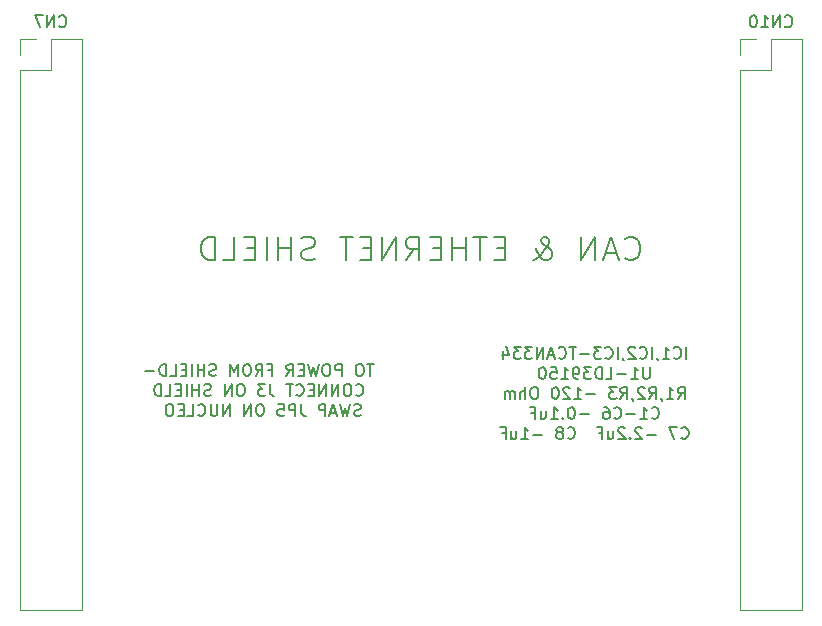
<source format=gbo>
G04 #@! TF.GenerationSoftware,KiCad,Pcbnew,(5.1.10)-1*
G04 #@! TF.CreationDate,2021-07-06T11:53:58+05:30*
G04 #@! TF.ProjectId,STM_Morpho,53544d5f-4d6f-4727-9068-6f2e6b696361,rev?*
G04 #@! TF.SameCoordinates,PX7bfa480PY7270e00*
G04 #@! TF.FileFunction,Legend,Bot*
G04 #@! TF.FilePolarity,Positive*
%FSLAX46Y46*%
G04 Gerber Fmt 4.6, Leading zero omitted, Abs format (unit mm)*
G04 Created by KiCad (PCBNEW (5.1.10)-1) date 2021-07-06 11:53:58*
%MOMM*%
%LPD*%
G01*
G04 APERTURE LIST*
%ADD10C,0.200000*%
%ADD11C,0.120000*%
G04 APERTURE END LIST*
D10*
X31836095Y22567620D02*
X31264666Y22567620D01*
X31550380Y21567620D02*
X31550380Y22567620D01*
X30740857Y22567620D02*
X30550380Y22567620D01*
X30455142Y22520000D01*
X30359904Y22424762D01*
X30312285Y22234286D01*
X30312285Y21900953D01*
X30359904Y21710477D01*
X30455142Y21615239D01*
X30550380Y21567620D01*
X30740857Y21567620D01*
X30836095Y21615239D01*
X30931333Y21710477D01*
X30978952Y21900953D01*
X30978952Y22234286D01*
X30931333Y22424762D01*
X30836095Y22520000D01*
X30740857Y22567620D01*
X29121809Y21567620D02*
X29121809Y22567620D01*
X28740857Y22567620D01*
X28645619Y22520000D01*
X28598000Y22472381D01*
X28550380Y22377143D01*
X28550380Y22234286D01*
X28598000Y22139048D01*
X28645619Y22091429D01*
X28740857Y22043810D01*
X29121809Y22043810D01*
X27931333Y22567620D02*
X27740857Y22567620D01*
X27645619Y22520000D01*
X27550380Y22424762D01*
X27502761Y22234286D01*
X27502761Y21900953D01*
X27550380Y21710477D01*
X27645619Y21615239D01*
X27740857Y21567620D01*
X27931333Y21567620D01*
X28026571Y21615239D01*
X28121809Y21710477D01*
X28169428Y21900953D01*
X28169428Y22234286D01*
X28121809Y22424762D01*
X28026571Y22520000D01*
X27931333Y22567620D01*
X27169428Y22567620D02*
X26931333Y21567620D01*
X26740857Y22281905D01*
X26550380Y21567620D01*
X26312285Y22567620D01*
X25931333Y22091429D02*
X25598000Y22091429D01*
X25455142Y21567620D02*
X25931333Y21567620D01*
X25931333Y22567620D01*
X25455142Y22567620D01*
X24455142Y21567620D02*
X24788476Y22043810D01*
X25026571Y21567620D02*
X25026571Y22567620D01*
X24645619Y22567620D01*
X24550380Y22520000D01*
X24502761Y22472381D01*
X24455142Y22377143D01*
X24455142Y22234286D01*
X24502761Y22139048D01*
X24550380Y22091429D01*
X24645619Y22043810D01*
X25026571Y22043810D01*
X22931333Y22091429D02*
X23264666Y22091429D01*
X23264666Y21567620D02*
X23264666Y22567620D01*
X22788476Y22567620D01*
X21836095Y21567620D02*
X22169428Y22043810D01*
X22407523Y21567620D02*
X22407523Y22567620D01*
X22026571Y22567620D01*
X21931333Y22520000D01*
X21883714Y22472381D01*
X21836095Y22377143D01*
X21836095Y22234286D01*
X21883714Y22139048D01*
X21931333Y22091429D01*
X22026571Y22043810D01*
X22407523Y22043810D01*
X21217047Y22567620D02*
X21026571Y22567620D01*
X20931333Y22520000D01*
X20836095Y22424762D01*
X20788476Y22234286D01*
X20788476Y21900953D01*
X20836095Y21710477D01*
X20931333Y21615239D01*
X21026571Y21567620D01*
X21217047Y21567620D01*
X21312285Y21615239D01*
X21407523Y21710477D01*
X21455142Y21900953D01*
X21455142Y22234286D01*
X21407523Y22424762D01*
X21312285Y22520000D01*
X21217047Y22567620D01*
X20359904Y21567620D02*
X20359904Y22567620D01*
X20026571Y21853334D01*
X19693238Y22567620D01*
X19693238Y21567620D01*
X18502761Y21615239D02*
X18359904Y21567620D01*
X18121809Y21567620D01*
X18026571Y21615239D01*
X17978952Y21662858D01*
X17931333Y21758096D01*
X17931333Y21853334D01*
X17978952Y21948572D01*
X18026571Y21996191D01*
X18121809Y22043810D01*
X18312285Y22091429D01*
X18407523Y22139048D01*
X18455142Y22186667D01*
X18502761Y22281905D01*
X18502761Y22377143D01*
X18455142Y22472381D01*
X18407523Y22520000D01*
X18312285Y22567620D01*
X18074190Y22567620D01*
X17931333Y22520000D01*
X17502761Y21567620D02*
X17502761Y22567620D01*
X17502761Y22091429D02*
X16931333Y22091429D01*
X16931333Y21567620D02*
X16931333Y22567620D01*
X16455142Y21567620D02*
X16455142Y22567620D01*
X15978952Y22091429D02*
X15645619Y22091429D01*
X15502761Y21567620D02*
X15978952Y21567620D01*
X15978952Y22567620D01*
X15502761Y22567620D01*
X14598000Y21567620D02*
X15074190Y21567620D01*
X15074190Y22567620D01*
X14264666Y21567620D02*
X14264666Y22567620D01*
X14026571Y22567620D01*
X13883714Y22520000D01*
X13788476Y22424762D01*
X13740857Y22329524D01*
X13693238Y22139048D01*
X13693238Y21996191D01*
X13740857Y21805715D01*
X13788476Y21710477D01*
X13883714Y21615239D01*
X14026571Y21567620D01*
X14264666Y21567620D01*
X13264666Y21948572D02*
X12502761Y21948572D01*
X30336095Y19962858D02*
X30383714Y19915239D01*
X30526571Y19867620D01*
X30621809Y19867620D01*
X30764666Y19915239D01*
X30859904Y20010477D01*
X30907523Y20105715D01*
X30955142Y20296191D01*
X30955142Y20439048D01*
X30907523Y20629524D01*
X30859904Y20724762D01*
X30764666Y20820000D01*
X30621809Y20867620D01*
X30526571Y20867620D01*
X30383714Y20820000D01*
X30336095Y20772381D01*
X29717047Y20867620D02*
X29526571Y20867620D01*
X29431333Y20820000D01*
X29336095Y20724762D01*
X29288476Y20534286D01*
X29288476Y20200953D01*
X29336095Y20010477D01*
X29431333Y19915239D01*
X29526571Y19867620D01*
X29717047Y19867620D01*
X29812285Y19915239D01*
X29907523Y20010477D01*
X29955142Y20200953D01*
X29955142Y20534286D01*
X29907523Y20724762D01*
X29812285Y20820000D01*
X29717047Y20867620D01*
X28859904Y19867620D02*
X28859904Y20867620D01*
X28288476Y19867620D01*
X28288476Y20867620D01*
X27812285Y19867620D02*
X27812285Y20867620D01*
X27240857Y19867620D01*
X27240857Y20867620D01*
X26764666Y20391429D02*
X26431333Y20391429D01*
X26288476Y19867620D02*
X26764666Y19867620D01*
X26764666Y20867620D01*
X26288476Y20867620D01*
X25288476Y19962858D02*
X25336095Y19915239D01*
X25478952Y19867620D01*
X25574190Y19867620D01*
X25717047Y19915239D01*
X25812285Y20010477D01*
X25859904Y20105715D01*
X25907523Y20296191D01*
X25907523Y20439048D01*
X25859904Y20629524D01*
X25812285Y20724762D01*
X25717047Y20820000D01*
X25574190Y20867620D01*
X25478952Y20867620D01*
X25336095Y20820000D01*
X25288476Y20772381D01*
X25002761Y20867620D02*
X24431333Y20867620D01*
X24717047Y19867620D02*
X24717047Y20867620D01*
X23050380Y20867620D02*
X23050380Y20153334D01*
X23098000Y20010477D01*
X23193238Y19915239D01*
X23336095Y19867620D01*
X23431333Y19867620D01*
X22669428Y20867620D02*
X22050380Y20867620D01*
X22383714Y20486667D01*
X22240857Y20486667D01*
X22145619Y20439048D01*
X22098000Y20391429D01*
X22050380Y20296191D01*
X22050380Y20058096D01*
X22098000Y19962858D01*
X22145619Y19915239D01*
X22240857Y19867620D01*
X22526571Y19867620D01*
X22621809Y19915239D01*
X22669428Y19962858D01*
X20669428Y20867620D02*
X20478952Y20867620D01*
X20383714Y20820000D01*
X20288476Y20724762D01*
X20240857Y20534286D01*
X20240857Y20200953D01*
X20288476Y20010477D01*
X20383714Y19915239D01*
X20478952Y19867620D01*
X20669428Y19867620D01*
X20764666Y19915239D01*
X20859904Y20010477D01*
X20907523Y20200953D01*
X20907523Y20534286D01*
X20859904Y20724762D01*
X20764666Y20820000D01*
X20669428Y20867620D01*
X19812285Y19867620D02*
X19812285Y20867620D01*
X19240857Y19867620D01*
X19240857Y20867620D01*
X18050380Y19915239D02*
X17907523Y19867620D01*
X17669428Y19867620D01*
X17574190Y19915239D01*
X17526571Y19962858D01*
X17478952Y20058096D01*
X17478952Y20153334D01*
X17526571Y20248572D01*
X17574190Y20296191D01*
X17669428Y20343810D01*
X17859904Y20391429D01*
X17955142Y20439048D01*
X18002761Y20486667D01*
X18050380Y20581905D01*
X18050380Y20677143D01*
X18002761Y20772381D01*
X17955142Y20820000D01*
X17859904Y20867620D01*
X17621809Y20867620D01*
X17478952Y20820000D01*
X17050380Y19867620D02*
X17050380Y20867620D01*
X17050380Y20391429D02*
X16478952Y20391429D01*
X16478952Y19867620D02*
X16478952Y20867620D01*
X16002761Y19867620D02*
X16002761Y20867620D01*
X15526571Y20391429D02*
X15193238Y20391429D01*
X15050380Y19867620D02*
X15526571Y19867620D01*
X15526571Y20867620D01*
X15050380Y20867620D01*
X14145619Y19867620D02*
X14621809Y19867620D01*
X14621809Y20867620D01*
X13812285Y19867620D02*
X13812285Y20867620D01*
X13574190Y20867620D01*
X13431333Y20820000D01*
X13336095Y20724762D01*
X13288476Y20629524D01*
X13240857Y20439048D01*
X13240857Y20296191D01*
X13288476Y20105715D01*
X13336095Y20010477D01*
X13431333Y19915239D01*
X13574190Y19867620D01*
X13812285Y19867620D01*
X30740857Y18215239D02*
X30598000Y18167620D01*
X30359904Y18167620D01*
X30264666Y18215239D01*
X30217047Y18262858D01*
X30169428Y18358096D01*
X30169428Y18453334D01*
X30217047Y18548572D01*
X30264666Y18596191D01*
X30359904Y18643810D01*
X30550380Y18691429D01*
X30645619Y18739048D01*
X30693238Y18786667D01*
X30740857Y18881905D01*
X30740857Y18977143D01*
X30693238Y19072381D01*
X30645619Y19120000D01*
X30550380Y19167620D01*
X30312285Y19167620D01*
X30169428Y19120000D01*
X29836095Y19167620D02*
X29598000Y18167620D01*
X29407523Y18881905D01*
X29217047Y18167620D01*
X28978952Y19167620D01*
X28645619Y18453334D02*
X28169428Y18453334D01*
X28740857Y18167620D02*
X28407523Y19167620D01*
X28074190Y18167620D01*
X27740857Y18167620D02*
X27740857Y19167620D01*
X27359904Y19167620D01*
X27264666Y19120000D01*
X27217047Y19072381D01*
X27169428Y18977143D01*
X27169428Y18834286D01*
X27217047Y18739048D01*
X27264666Y18691429D01*
X27359904Y18643810D01*
X27740857Y18643810D01*
X25693238Y19167620D02*
X25693238Y18453334D01*
X25740857Y18310477D01*
X25836095Y18215239D01*
X25978952Y18167620D01*
X26074190Y18167620D01*
X25217047Y18167620D02*
X25217047Y19167620D01*
X24836095Y19167620D01*
X24740857Y19120000D01*
X24693238Y19072381D01*
X24645619Y18977143D01*
X24645619Y18834286D01*
X24693238Y18739048D01*
X24740857Y18691429D01*
X24836095Y18643810D01*
X25217047Y18643810D01*
X23740857Y19167620D02*
X24217047Y19167620D01*
X24264666Y18691429D01*
X24217047Y18739048D01*
X24121809Y18786667D01*
X23883714Y18786667D01*
X23788476Y18739048D01*
X23740857Y18691429D01*
X23693238Y18596191D01*
X23693238Y18358096D01*
X23740857Y18262858D01*
X23788476Y18215239D01*
X23883714Y18167620D01*
X24121809Y18167620D01*
X24217047Y18215239D01*
X24264666Y18262858D01*
X22312285Y19167620D02*
X22121809Y19167620D01*
X22026571Y19120000D01*
X21931333Y19024762D01*
X21883714Y18834286D01*
X21883714Y18500953D01*
X21931333Y18310477D01*
X22026571Y18215239D01*
X22121809Y18167620D01*
X22312285Y18167620D01*
X22407523Y18215239D01*
X22502761Y18310477D01*
X22550380Y18500953D01*
X22550380Y18834286D01*
X22502761Y19024762D01*
X22407523Y19120000D01*
X22312285Y19167620D01*
X21455142Y18167620D02*
X21455142Y19167620D01*
X20883714Y18167620D01*
X20883714Y19167620D01*
X19645619Y18167620D02*
X19645619Y19167620D01*
X19074190Y18167620D01*
X19074190Y19167620D01*
X18598000Y19167620D02*
X18598000Y18358096D01*
X18550380Y18262858D01*
X18502761Y18215239D01*
X18407523Y18167620D01*
X18217047Y18167620D01*
X18121809Y18215239D01*
X18074190Y18262858D01*
X18026571Y18358096D01*
X18026571Y19167620D01*
X16978952Y18262858D02*
X17026571Y18215239D01*
X17169428Y18167620D01*
X17264666Y18167620D01*
X17407523Y18215239D01*
X17502761Y18310477D01*
X17550380Y18405715D01*
X17598000Y18596191D01*
X17598000Y18739048D01*
X17550380Y18929524D01*
X17502761Y19024762D01*
X17407523Y19120000D01*
X17264666Y19167620D01*
X17169428Y19167620D01*
X17026571Y19120000D01*
X16978952Y19072381D01*
X16074190Y18167620D02*
X16550380Y18167620D01*
X16550380Y19167620D01*
X15740857Y18691429D02*
X15407523Y18691429D01*
X15264666Y18167620D02*
X15740857Y18167620D01*
X15740857Y19167620D01*
X15264666Y19167620D01*
X14645619Y19167620D02*
X14455142Y19167620D01*
X14359904Y19120000D01*
X14264666Y19024762D01*
X14217047Y18834286D01*
X14217047Y18500953D01*
X14264666Y18310477D01*
X14359904Y18215239D01*
X14455142Y18167620D01*
X14645619Y18167620D01*
X14740857Y18215239D01*
X14836095Y18310477D01*
X14883714Y18500953D01*
X14883714Y18834286D01*
X14836095Y19024762D01*
X14740857Y19120000D01*
X14645619Y19167620D01*
X53147333Y31543715D02*
X53242571Y31448477D01*
X53528285Y31353239D01*
X53718761Y31353239D01*
X54004476Y31448477D01*
X54194952Y31638953D01*
X54290190Y31829429D01*
X54385428Y32210381D01*
X54385428Y32496096D01*
X54290190Y32877048D01*
X54194952Y33067524D01*
X54004476Y33258000D01*
X53718761Y33353239D01*
X53528285Y33353239D01*
X53242571Y33258000D01*
X53147333Y33162762D01*
X52385428Y31924667D02*
X51433047Y31924667D01*
X52575904Y31353239D02*
X51909238Y33353239D01*
X51242571Y31353239D01*
X50575904Y31353239D02*
X50575904Y33353239D01*
X49433047Y31353239D01*
X49433047Y33353239D01*
X45337809Y31353239D02*
X45433047Y31353239D01*
X45623523Y31448477D01*
X45909238Y31734191D01*
X46385428Y32305620D01*
X46575904Y32591334D01*
X46671142Y32877048D01*
X46671142Y33067524D01*
X46575904Y33258000D01*
X46385428Y33353239D01*
X46290190Y33353239D01*
X46099714Y33258000D01*
X46004476Y33067524D01*
X46004476Y32972286D01*
X46099714Y32781810D01*
X46194952Y32686572D01*
X46766380Y32305620D01*
X46861619Y32210381D01*
X46956857Y32019905D01*
X46956857Y31734191D01*
X46861619Y31543715D01*
X46766380Y31448477D01*
X46575904Y31353239D01*
X46290190Y31353239D01*
X46099714Y31448477D01*
X46004476Y31543715D01*
X45718761Y31924667D01*
X45623523Y32210381D01*
X45623523Y32400858D01*
X42956857Y32400858D02*
X42290190Y32400858D01*
X42004476Y31353239D02*
X42956857Y31353239D01*
X42956857Y33353239D01*
X42004476Y33353239D01*
X41433047Y33353239D02*
X40290190Y33353239D01*
X40861619Y31353239D02*
X40861619Y33353239D01*
X39623523Y31353239D02*
X39623523Y33353239D01*
X39623523Y32400858D02*
X38480666Y32400858D01*
X38480666Y31353239D02*
X38480666Y33353239D01*
X37528285Y32400858D02*
X36861619Y32400858D01*
X36575904Y31353239D02*
X37528285Y31353239D01*
X37528285Y33353239D01*
X36575904Y33353239D01*
X34575904Y31353239D02*
X35242571Y32305620D01*
X35718761Y31353239D02*
X35718761Y33353239D01*
X34956857Y33353239D01*
X34766380Y33258000D01*
X34671142Y33162762D01*
X34575904Y32972286D01*
X34575904Y32686572D01*
X34671142Y32496096D01*
X34766380Y32400858D01*
X34956857Y32305620D01*
X35718761Y32305620D01*
X33718761Y31353239D02*
X33718761Y33353239D01*
X32575904Y31353239D01*
X32575904Y33353239D01*
X31623523Y32400858D02*
X30956857Y32400858D01*
X30671142Y31353239D02*
X31623523Y31353239D01*
X31623523Y33353239D01*
X30671142Y33353239D01*
X30099714Y33353239D02*
X28956857Y33353239D01*
X29528285Y31353239D02*
X29528285Y33353239D01*
X26861619Y31448477D02*
X26575904Y31353239D01*
X26099714Y31353239D01*
X25909238Y31448477D01*
X25814000Y31543715D01*
X25718761Y31734191D01*
X25718761Y31924667D01*
X25814000Y32115143D01*
X25909238Y32210381D01*
X26099714Y32305620D01*
X26480666Y32400858D01*
X26671142Y32496096D01*
X26766380Y32591334D01*
X26861619Y32781810D01*
X26861619Y32972286D01*
X26766380Y33162762D01*
X26671142Y33258000D01*
X26480666Y33353239D01*
X26004476Y33353239D01*
X25718761Y33258000D01*
X24861619Y31353239D02*
X24861619Y33353239D01*
X24861619Y32400858D02*
X23718761Y32400858D01*
X23718761Y31353239D02*
X23718761Y33353239D01*
X22766380Y31353239D02*
X22766380Y33353239D01*
X21814000Y32400858D02*
X21147333Y32400858D01*
X20861619Y31353239D02*
X21814000Y31353239D01*
X21814000Y33353239D01*
X20861619Y33353239D01*
X19052095Y31353239D02*
X20004476Y31353239D01*
X20004476Y33353239D01*
X18385428Y31353239D02*
X18385428Y33353239D01*
X17909238Y33353239D01*
X17623523Y33258000D01*
X17433047Y33067524D01*
X17337809Y32877048D01*
X17242571Y32496096D01*
X17242571Y32210381D01*
X17337809Y31829429D01*
X17433047Y31638953D01*
X17623523Y31448477D01*
X17909238Y31353239D01*
X18385428Y31353239D01*
X58307904Y23013620D02*
X58307904Y24013620D01*
X57260285Y23108858D02*
X57307904Y23061239D01*
X57450761Y23013620D01*
X57546000Y23013620D01*
X57688857Y23061239D01*
X57784095Y23156477D01*
X57831714Y23251715D01*
X57879333Y23442191D01*
X57879333Y23585048D01*
X57831714Y23775524D01*
X57784095Y23870762D01*
X57688857Y23966000D01*
X57546000Y24013620D01*
X57450761Y24013620D01*
X57307904Y23966000D01*
X57260285Y23918381D01*
X56307904Y23013620D02*
X56879333Y23013620D01*
X56593619Y23013620D02*
X56593619Y24013620D01*
X56688857Y23870762D01*
X56784095Y23775524D01*
X56879333Y23727905D01*
X55831714Y23061239D02*
X55831714Y23013620D01*
X55879333Y22918381D01*
X55926952Y22870762D01*
X55403142Y23013620D02*
X55403142Y24013620D01*
X54355523Y23108858D02*
X54403142Y23061239D01*
X54546000Y23013620D01*
X54641238Y23013620D01*
X54784095Y23061239D01*
X54879333Y23156477D01*
X54926952Y23251715D01*
X54974571Y23442191D01*
X54974571Y23585048D01*
X54926952Y23775524D01*
X54879333Y23870762D01*
X54784095Y23966000D01*
X54641238Y24013620D01*
X54546000Y24013620D01*
X54403142Y23966000D01*
X54355523Y23918381D01*
X53974571Y23918381D02*
X53926952Y23966000D01*
X53831714Y24013620D01*
X53593619Y24013620D01*
X53498380Y23966000D01*
X53450761Y23918381D01*
X53403142Y23823143D01*
X53403142Y23727905D01*
X53450761Y23585048D01*
X54022190Y23013620D01*
X53403142Y23013620D01*
X52926952Y23061239D02*
X52926952Y23013620D01*
X52974571Y22918381D01*
X53022190Y22870762D01*
X52498380Y23013620D02*
X52498380Y24013620D01*
X51450761Y23108858D02*
X51498380Y23061239D01*
X51641238Y23013620D01*
X51736476Y23013620D01*
X51879333Y23061239D01*
X51974571Y23156477D01*
X52022190Y23251715D01*
X52069809Y23442191D01*
X52069809Y23585048D01*
X52022190Y23775524D01*
X51974571Y23870762D01*
X51879333Y23966000D01*
X51736476Y24013620D01*
X51641238Y24013620D01*
X51498380Y23966000D01*
X51450761Y23918381D01*
X51117428Y24013620D02*
X50498380Y24013620D01*
X50831714Y23632667D01*
X50688857Y23632667D01*
X50593619Y23585048D01*
X50546000Y23537429D01*
X50498380Y23442191D01*
X50498380Y23204096D01*
X50546000Y23108858D01*
X50593619Y23061239D01*
X50688857Y23013620D01*
X50974571Y23013620D01*
X51069809Y23061239D01*
X51117428Y23108858D01*
X50069809Y23394572D02*
X49307904Y23394572D01*
X48974571Y24013620D02*
X48403142Y24013620D01*
X48688857Y23013620D02*
X48688857Y24013620D01*
X47498380Y23108858D02*
X47546000Y23061239D01*
X47688857Y23013620D01*
X47784095Y23013620D01*
X47926952Y23061239D01*
X48022190Y23156477D01*
X48069809Y23251715D01*
X48117428Y23442191D01*
X48117428Y23585048D01*
X48069809Y23775524D01*
X48022190Y23870762D01*
X47926952Y23966000D01*
X47784095Y24013620D01*
X47688857Y24013620D01*
X47546000Y23966000D01*
X47498380Y23918381D01*
X47117428Y23299334D02*
X46641238Y23299334D01*
X47212666Y23013620D02*
X46879333Y24013620D01*
X46546000Y23013620D01*
X46212666Y23013620D02*
X46212666Y24013620D01*
X45641238Y23013620D01*
X45641238Y24013620D01*
X45260285Y24013620D02*
X44641238Y24013620D01*
X44974571Y23632667D01*
X44831714Y23632667D01*
X44736476Y23585048D01*
X44688857Y23537429D01*
X44641238Y23442191D01*
X44641238Y23204096D01*
X44688857Y23108858D01*
X44736476Y23061239D01*
X44831714Y23013620D01*
X45117428Y23013620D01*
X45212666Y23061239D01*
X45260285Y23108858D01*
X44307904Y24013620D02*
X43688857Y24013620D01*
X44022190Y23632667D01*
X43879333Y23632667D01*
X43784095Y23585048D01*
X43736476Y23537429D01*
X43688857Y23442191D01*
X43688857Y23204096D01*
X43736476Y23108858D01*
X43784095Y23061239D01*
X43879333Y23013620D01*
X44165047Y23013620D01*
X44260285Y23061239D01*
X44307904Y23108858D01*
X42831714Y23680286D02*
X42831714Y23013620D01*
X43069809Y24061239D02*
X43307904Y23346953D01*
X42688857Y23346953D01*
X55212666Y22313620D02*
X55212666Y21504096D01*
X55165047Y21408858D01*
X55117428Y21361239D01*
X55022190Y21313620D01*
X54831714Y21313620D01*
X54736476Y21361239D01*
X54688857Y21408858D01*
X54641238Y21504096D01*
X54641238Y22313620D01*
X53641238Y21313620D02*
X54212666Y21313620D01*
X53926952Y21313620D02*
X53926952Y22313620D01*
X54022190Y22170762D01*
X54117428Y22075524D01*
X54212666Y22027905D01*
X53212666Y21694572D02*
X52450761Y21694572D01*
X51498380Y21313620D02*
X51974571Y21313620D01*
X51974571Y22313620D01*
X51165047Y21313620D02*
X51165047Y22313620D01*
X50926952Y22313620D01*
X50784095Y22266000D01*
X50688857Y22170762D01*
X50641238Y22075524D01*
X50593619Y21885048D01*
X50593619Y21742191D01*
X50641238Y21551715D01*
X50688857Y21456477D01*
X50784095Y21361239D01*
X50926952Y21313620D01*
X51165047Y21313620D01*
X50260285Y22313620D02*
X49641238Y22313620D01*
X49974571Y21932667D01*
X49831714Y21932667D01*
X49736476Y21885048D01*
X49688857Y21837429D01*
X49641238Y21742191D01*
X49641238Y21504096D01*
X49688857Y21408858D01*
X49736476Y21361239D01*
X49831714Y21313620D01*
X50117428Y21313620D01*
X50212666Y21361239D01*
X50260285Y21408858D01*
X49165047Y21313620D02*
X48974571Y21313620D01*
X48879333Y21361239D01*
X48831714Y21408858D01*
X48736476Y21551715D01*
X48688857Y21742191D01*
X48688857Y22123143D01*
X48736476Y22218381D01*
X48784095Y22266000D01*
X48879333Y22313620D01*
X49069809Y22313620D01*
X49165047Y22266000D01*
X49212666Y22218381D01*
X49260285Y22123143D01*
X49260285Y21885048D01*
X49212666Y21789810D01*
X49165047Y21742191D01*
X49069809Y21694572D01*
X48879333Y21694572D01*
X48784095Y21742191D01*
X48736476Y21789810D01*
X48688857Y21885048D01*
X47736476Y21313620D02*
X48307904Y21313620D01*
X48022190Y21313620D02*
X48022190Y22313620D01*
X48117428Y22170762D01*
X48212666Y22075524D01*
X48307904Y22027905D01*
X46831714Y22313620D02*
X47307904Y22313620D01*
X47355523Y21837429D01*
X47307904Y21885048D01*
X47212666Y21932667D01*
X46974571Y21932667D01*
X46879333Y21885048D01*
X46831714Y21837429D01*
X46784095Y21742191D01*
X46784095Y21504096D01*
X46831714Y21408858D01*
X46879333Y21361239D01*
X46974571Y21313620D01*
X47212666Y21313620D01*
X47307904Y21361239D01*
X47355523Y21408858D01*
X46165047Y22313620D02*
X46069809Y22313620D01*
X45974571Y22266000D01*
X45926952Y22218381D01*
X45879333Y22123143D01*
X45831714Y21932667D01*
X45831714Y21694572D01*
X45879333Y21504096D01*
X45926952Y21408858D01*
X45974571Y21361239D01*
X46069809Y21313620D01*
X46165047Y21313620D01*
X46260285Y21361239D01*
X46307904Y21408858D01*
X46355523Y21504096D01*
X46403142Y21694572D01*
X46403142Y21932667D01*
X46355523Y22123143D01*
X46307904Y22218381D01*
X46260285Y22266000D01*
X46165047Y22313620D01*
X57593619Y19613620D02*
X57926952Y20089810D01*
X58165047Y19613620D02*
X58165047Y20613620D01*
X57784095Y20613620D01*
X57688857Y20566000D01*
X57641238Y20518381D01*
X57593619Y20423143D01*
X57593619Y20280286D01*
X57641238Y20185048D01*
X57688857Y20137429D01*
X57784095Y20089810D01*
X58165047Y20089810D01*
X56641238Y19613620D02*
X57212666Y19613620D01*
X56926952Y19613620D02*
X56926952Y20613620D01*
X57022190Y20470762D01*
X57117428Y20375524D01*
X57212666Y20327905D01*
X56165047Y19661239D02*
X56165047Y19613620D01*
X56212666Y19518381D01*
X56260285Y19470762D01*
X55165047Y19613620D02*
X55498380Y20089810D01*
X55736476Y19613620D02*
X55736476Y20613620D01*
X55355523Y20613620D01*
X55260285Y20566000D01*
X55212666Y20518381D01*
X55165047Y20423143D01*
X55165047Y20280286D01*
X55212666Y20185048D01*
X55260285Y20137429D01*
X55355523Y20089810D01*
X55736476Y20089810D01*
X54784095Y20518381D02*
X54736476Y20566000D01*
X54641238Y20613620D01*
X54403142Y20613620D01*
X54307904Y20566000D01*
X54260285Y20518381D01*
X54212666Y20423143D01*
X54212666Y20327905D01*
X54260285Y20185048D01*
X54831714Y19613620D01*
X54212666Y19613620D01*
X53736476Y19661239D02*
X53736476Y19613620D01*
X53784095Y19518381D01*
X53831714Y19470762D01*
X52736476Y19613620D02*
X53069809Y20089810D01*
X53307904Y19613620D02*
X53307904Y20613620D01*
X52926952Y20613620D01*
X52831714Y20566000D01*
X52784095Y20518381D01*
X52736476Y20423143D01*
X52736476Y20280286D01*
X52784095Y20185048D01*
X52831714Y20137429D01*
X52926952Y20089810D01*
X53307904Y20089810D01*
X52403142Y20613620D02*
X51784095Y20613620D01*
X52117428Y20232667D01*
X51974571Y20232667D01*
X51879333Y20185048D01*
X51831714Y20137429D01*
X51784095Y20042191D01*
X51784095Y19804096D01*
X51831714Y19708858D01*
X51879333Y19661239D01*
X51974571Y19613620D01*
X52260285Y19613620D01*
X52355523Y19661239D01*
X52403142Y19708858D01*
X50593619Y19994572D02*
X49831714Y19994572D01*
X48831714Y19613620D02*
X49403142Y19613620D01*
X49117428Y19613620D02*
X49117428Y20613620D01*
X49212666Y20470762D01*
X49307904Y20375524D01*
X49403142Y20327905D01*
X48450761Y20518381D02*
X48403142Y20566000D01*
X48307904Y20613620D01*
X48069809Y20613620D01*
X47974571Y20566000D01*
X47926952Y20518381D01*
X47879333Y20423143D01*
X47879333Y20327905D01*
X47926952Y20185048D01*
X48498380Y19613620D01*
X47879333Y19613620D01*
X47260285Y20613620D02*
X47165047Y20613620D01*
X47069809Y20566000D01*
X47022190Y20518381D01*
X46974571Y20423143D01*
X46926952Y20232667D01*
X46926952Y19994572D01*
X46974571Y19804096D01*
X47022190Y19708858D01*
X47069809Y19661239D01*
X47165047Y19613620D01*
X47260285Y19613620D01*
X47355523Y19661239D01*
X47403142Y19708858D01*
X47450761Y19804096D01*
X47498380Y19994572D01*
X47498380Y20232667D01*
X47450761Y20423143D01*
X47403142Y20518381D01*
X47355523Y20566000D01*
X47260285Y20613620D01*
X45546000Y20613620D02*
X45355523Y20613620D01*
X45260285Y20566000D01*
X45165047Y20470762D01*
X45117428Y20280286D01*
X45117428Y19946953D01*
X45165047Y19756477D01*
X45260285Y19661239D01*
X45355523Y19613620D01*
X45546000Y19613620D01*
X45641238Y19661239D01*
X45736476Y19756477D01*
X45784095Y19946953D01*
X45784095Y20280286D01*
X45736476Y20470762D01*
X45641238Y20566000D01*
X45546000Y20613620D01*
X44688857Y19613620D02*
X44688857Y20613620D01*
X44260285Y19613620D02*
X44260285Y20137429D01*
X44307904Y20232667D01*
X44403142Y20280286D01*
X44546000Y20280286D01*
X44641238Y20232667D01*
X44688857Y20185048D01*
X43784095Y19613620D02*
X43784095Y20280286D01*
X43784095Y20185048D02*
X43736476Y20232667D01*
X43641238Y20280286D01*
X43498380Y20280286D01*
X43403142Y20232667D01*
X43355523Y20137429D01*
X43355523Y19613620D01*
X43355523Y20137429D02*
X43307904Y20232667D01*
X43212666Y20280286D01*
X43069809Y20280286D01*
X42974571Y20232667D01*
X42926952Y20137429D01*
X42926952Y19613620D01*
X55379333Y18008858D02*
X55426952Y17961239D01*
X55569809Y17913620D01*
X55665047Y17913620D01*
X55807904Y17961239D01*
X55903142Y18056477D01*
X55950761Y18151715D01*
X55998380Y18342191D01*
X55998380Y18485048D01*
X55950761Y18675524D01*
X55903142Y18770762D01*
X55807904Y18866000D01*
X55665047Y18913620D01*
X55569809Y18913620D01*
X55426952Y18866000D01*
X55379333Y18818381D01*
X54426952Y17913620D02*
X54998380Y17913620D01*
X54712666Y17913620D02*
X54712666Y18913620D01*
X54807904Y18770762D01*
X54903142Y18675524D01*
X54998380Y18627905D01*
X53998380Y18294572D02*
X53236476Y18294572D01*
X52188857Y18008858D02*
X52236476Y17961239D01*
X52379333Y17913620D01*
X52474571Y17913620D01*
X52617428Y17961239D01*
X52712666Y18056477D01*
X52760285Y18151715D01*
X52807904Y18342191D01*
X52807904Y18485048D01*
X52760285Y18675524D01*
X52712666Y18770762D01*
X52617428Y18866000D01*
X52474571Y18913620D01*
X52379333Y18913620D01*
X52236476Y18866000D01*
X52188857Y18818381D01*
X51331714Y18913620D02*
X51522190Y18913620D01*
X51617428Y18866000D01*
X51665047Y18818381D01*
X51760285Y18675524D01*
X51807904Y18485048D01*
X51807904Y18104096D01*
X51760285Y18008858D01*
X51712666Y17961239D01*
X51617428Y17913620D01*
X51426952Y17913620D01*
X51331714Y17961239D01*
X51284095Y18008858D01*
X51236476Y18104096D01*
X51236476Y18342191D01*
X51284095Y18437429D01*
X51331714Y18485048D01*
X51426952Y18532667D01*
X51617428Y18532667D01*
X51712666Y18485048D01*
X51760285Y18437429D01*
X51807904Y18342191D01*
X50046000Y18294572D02*
X49284095Y18294572D01*
X48617428Y18913620D02*
X48522190Y18913620D01*
X48426952Y18866000D01*
X48379333Y18818381D01*
X48331714Y18723143D01*
X48284095Y18532667D01*
X48284095Y18294572D01*
X48331714Y18104096D01*
X48379333Y18008858D01*
X48426952Y17961239D01*
X48522190Y17913620D01*
X48617428Y17913620D01*
X48712666Y17961239D01*
X48760285Y18008858D01*
X48807904Y18104096D01*
X48855523Y18294572D01*
X48855523Y18532667D01*
X48807904Y18723143D01*
X48760285Y18818381D01*
X48712666Y18866000D01*
X48617428Y18913620D01*
X47855523Y18008858D02*
X47807904Y17961239D01*
X47855523Y17913620D01*
X47903142Y17961239D01*
X47855523Y18008858D01*
X47855523Y17913620D01*
X46855523Y17913620D02*
X47426952Y17913620D01*
X47141238Y17913620D02*
X47141238Y18913620D01*
X47236476Y18770762D01*
X47331714Y18675524D01*
X47426952Y18627905D01*
X45998380Y18580286D02*
X45998380Y17913620D01*
X46426952Y18580286D02*
X46426952Y18056477D01*
X46379333Y17961239D01*
X46284095Y17913620D01*
X46141238Y17913620D01*
X46046000Y17961239D01*
X45998380Y18008858D01*
X45188857Y18437429D02*
X45522190Y18437429D01*
X45522190Y17913620D02*
X45522190Y18913620D01*
X45046000Y18913620D01*
X57879333Y16308858D02*
X57926952Y16261239D01*
X58069809Y16213620D01*
X58165047Y16213620D01*
X58307904Y16261239D01*
X58403142Y16356477D01*
X58450761Y16451715D01*
X58498380Y16642191D01*
X58498380Y16785048D01*
X58450761Y16975524D01*
X58403142Y17070762D01*
X58307904Y17166000D01*
X58165047Y17213620D01*
X58069809Y17213620D01*
X57926952Y17166000D01*
X57879333Y17118381D01*
X57546000Y17213620D02*
X56879333Y17213620D01*
X57307904Y16213620D01*
X55736476Y16594572D02*
X54974571Y16594572D01*
X54546000Y17118381D02*
X54498380Y17166000D01*
X54403142Y17213620D01*
X54165047Y17213620D01*
X54069809Y17166000D01*
X54022190Y17118381D01*
X53974571Y17023143D01*
X53974571Y16927905D01*
X54022190Y16785048D01*
X54593619Y16213620D01*
X53974571Y16213620D01*
X53546000Y16308858D02*
X53498380Y16261239D01*
X53546000Y16213620D01*
X53593619Y16261239D01*
X53546000Y16308858D01*
X53546000Y16213620D01*
X53117428Y17118381D02*
X53069809Y17166000D01*
X52974571Y17213620D01*
X52736476Y17213620D01*
X52641238Y17166000D01*
X52593619Y17118381D01*
X52546000Y17023143D01*
X52546000Y16927905D01*
X52593619Y16785048D01*
X53165047Y16213620D01*
X52546000Y16213620D01*
X51688857Y16880286D02*
X51688857Y16213620D01*
X52117428Y16880286D02*
X52117428Y16356477D01*
X52069809Y16261239D01*
X51974571Y16213620D01*
X51831714Y16213620D01*
X51736476Y16261239D01*
X51688857Y16308858D01*
X50879333Y16737429D02*
X51212666Y16737429D01*
X51212666Y16213620D02*
X51212666Y17213620D01*
X50736476Y17213620D01*
X48260285Y16308858D02*
X48307904Y16261239D01*
X48450761Y16213620D01*
X48546000Y16213620D01*
X48688857Y16261239D01*
X48784095Y16356477D01*
X48831714Y16451715D01*
X48879333Y16642191D01*
X48879333Y16785048D01*
X48831714Y16975524D01*
X48784095Y17070762D01*
X48688857Y17166000D01*
X48546000Y17213620D01*
X48450761Y17213620D01*
X48307904Y17166000D01*
X48260285Y17118381D01*
X47688857Y16785048D02*
X47784095Y16832667D01*
X47831714Y16880286D01*
X47879333Y16975524D01*
X47879333Y17023143D01*
X47831714Y17118381D01*
X47784095Y17166000D01*
X47688857Y17213620D01*
X47498380Y17213620D01*
X47403142Y17166000D01*
X47355523Y17118381D01*
X47307904Y17023143D01*
X47307904Y16975524D01*
X47355523Y16880286D01*
X47403142Y16832667D01*
X47498380Y16785048D01*
X47688857Y16785048D01*
X47784095Y16737429D01*
X47831714Y16689810D01*
X47879333Y16594572D01*
X47879333Y16404096D01*
X47831714Y16308858D01*
X47784095Y16261239D01*
X47688857Y16213620D01*
X47498380Y16213620D01*
X47403142Y16261239D01*
X47355523Y16308858D01*
X47307904Y16404096D01*
X47307904Y16594572D01*
X47355523Y16689810D01*
X47403142Y16737429D01*
X47498380Y16785048D01*
X46117428Y16594572D02*
X45355523Y16594572D01*
X44355523Y16213620D02*
X44926952Y16213620D01*
X44641238Y16213620D02*
X44641238Y17213620D01*
X44736476Y17070762D01*
X44831714Y16975524D01*
X44926952Y16927905D01*
X43498380Y16880286D02*
X43498380Y16213620D01*
X43926952Y16880286D02*
X43926952Y16356477D01*
X43879333Y16261239D01*
X43784095Y16213620D01*
X43641238Y16213620D01*
X43546000Y16261239D01*
X43498380Y16308858D01*
X42688857Y16737429D02*
X43022190Y16737429D01*
X43022190Y16213620D02*
X43022190Y17213620D01*
X42546000Y17213620D01*
D11*
G04 #@! TO.C,CN10*
X68080000Y50090000D02*
X65480000Y50090000D01*
X68080000Y50090000D02*
X68080000Y1710000D01*
X68080000Y1710000D02*
X62880000Y1710000D01*
X62880000Y47490000D02*
X62880000Y1710000D01*
X65480000Y47490000D02*
X62880000Y47490000D01*
X65480000Y50090000D02*
X65480000Y47490000D01*
X62880000Y50090000D02*
X62880000Y48760000D01*
X64210000Y50090000D02*
X62880000Y50090000D01*
G04 #@! TO.C,CN7*
X7120000Y50090000D02*
X4520000Y50090000D01*
X7120000Y50090000D02*
X7120000Y1710000D01*
X7120000Y1710000D02*
X1920000Y1710000D01*
X1920000Y47490000D02*
X1920000Y1710000D01*
X4520000Y47490000D02*
X1920000Y47490000D01*
X4520000Y50090000D02*
X4520000Y47490000D01*
X1920000Y50090000D02*
X1920000Y48760000D01*
X3250000Y50090000D02*
X1920000Y50090000D01*
G04 #@! TO.C,CN10*
D10*
X66646666Y51172858D02*
X66694285Y51125239D01*
X66837142Y51077620D01*
X66932380Y51077620D01*
X67075238Y51125239D01*
X67170476Y51220477D01*
X67218095Y51315715D01*
X67265714Y51506191D01*
X67265714Y51649048D01*
X67218095Y51839524D01*
X67170476Y51934762D01*
X67075238Y52030000D01*
X66932380Y52077620D01*
X66837142Y52077620D01*
X66694285Y52030000D01*
X66646666Y51982381D01*
X66218095Y51077620D02*
X66218095Y52077620D01*
X65646666Y51077620D01*
X65646666Y52077620D01*
X64646666Y51077620D02*
X65218095Y51077620D01*
X64932380Y51077620D02*
X64932380Y52077620D01*
X65027619Y51934762D01*
X65122857Y51839524D01*
X65218095Y51791905D01*
X64027619Y52077620D02*
X63932380Y52077620D01*
X63837142Y52030000D01*
X63789523Y51982381D01*
X63741904Y51887143D01*
X63694285Y51696667D01*
X63694285Y51458572D01*
X63741904Y51268096D01*
X63789523Y51172858D01*
X63837142Y51125239D01*
X63932380Y51077620D01*
X64027619Y51077620D01*
X64122857Y51125239D01*
X64170476Y51172858D01*
X64218095Y51268096D01*
X64265714Y51458572D01*
X64265714Y51696667D01*
X64218095Y51887143D01*
X64170476Y51982381D01*
X64122857Y52030000D01*
X64027619Y52077620D01*
G04 #@! TO.C,CN7*
X5210476Y51172858D02*
X5258095Y51125239D01*
X5400952Y51077620D01*
X5496190Y51077620D01*
X5639047Y51125239D01*
X5734285Y51220477D01*
X5781904Y51315715D01*
X5829523Y51506191D01*
X5829523Y51649048D01*
X5781904Y51839524D01*
X5734285Y51934762D01*
X5639047Y52030000D01*
X5496190Y52077620D01*
X5400952Y52077620D01*
X5258095Y52030000D01*
X5210476Y51982381D01*
X4781904Y51077620D02*
X4781904Y52077620D01*
X4210476Y51077620D01*
X4210476Y52077620D01*
X3829523Y52077620D02*
X3162857Y52077620D01*
X3591428Y51077620D01*
G04 #@! TD*
M02*

</source>
